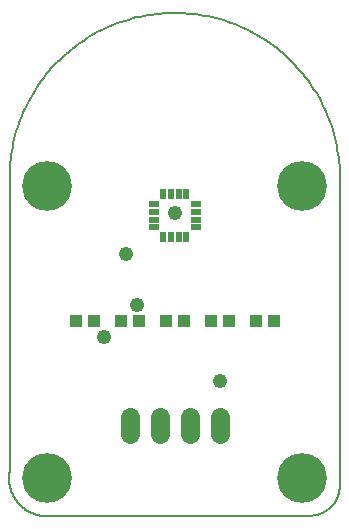
<source format=gts>
G75*
%MOIN*%
%OFA0B0*%
%FSLAX25Y25*%
%IPPOS*%
%LPD*%
%AMOC8*
5,1,8,0,0,1.08239X$1,22.5*
%
%ADD10C,0.00500*%
%ADD11C,0.06343*%
%ADD12C,0.16611*%
%ADD13R,0.03556X0.01981*%
%ADD14R,0.01981X0.03556*%
%ADD15R,0.03950X0.03950*%
%ADD16C,0.04800*%
D10*
X0011800Y0001800D02*
X0101800Y0001800D01*
X0102042Y0001803D01*
X0102283Y0001812D01*
X0102524Y0001826D01*
X0102765Y0001847D01*
X0103005Y0001873D01*
X0103245Y0001905D01*
X0103484Y0001943D01*
X0103721Y0001986D01*
X0103958Y0002036D01*
X0104193Y0002091D01*
X0104427Y0002151D01*
X0104659Y0002218D01*
X0104890Y0002289D01*
X0105119Y0002367D01*
X0105346Y0002450D01*
X0105571Y0002538D01*
X0105794Y0002632D01*
X0106014Y0002731D01*
X0106232Y0002836D01*
X0106447Y0002945D01*
X0106660Y0003060D01*
X0106870Y0003180D01*
X0107076Y0003305D01*
X0107280Y0003435D01*
X0107481Y0003570D01*
X0107678Y0003710D01*
X0107872Y0003854D01*
X0108062Y0004003D01*
X0108248Y0004157D01*
X0108431Y0004315D01*
X0108610Y0004477D01*
X0108785Y0004644D01*
X0108956Y0004815D01*
X0109123Y0004990D01*
X0109285Y0005169D01*
X0109443Y0005352D01*
X0109597Y0005538D01*
X0109746Y0005728D01*
X0109890Y0005922D01*
X0110030Y0006119D01*
X0110165Y0006320D01*
X0110295Y0006524D01*
X0110420Y0006730D01*
X0110540Y0006940D01*
X0110655Y0007153D01*
X0110764Y0007368D01*
X0110869Y0007586D01*
X0110968Y0007806D01*
X0111062Y0008029D01*
X0111150Y0008254D01*
X0111233Y0008481D01*
X0111311Y0008710D01*
X0111382Y0008941D01*
X0111449Y0009173D01*
X0111509Y0009407D01*
X0111564Y0009642D01*
X0111614Y0009879D01*
X0111657Y0010116D01*
X0111695Y0010355D01*
X0111727Y0010595D01*
X0111753Y0010835D01*
X0111774Y0011076D01*
X0111788Y0011317D01*
X0111797Y0011558D01*
X0111800Y0011800D01*
X0111800Y0111800D01*
X0111845Y0113140D01*
X0111857Y0114481D01*
X0111836Y0115821D01*
X0111783Y0117161D01*
X0111697Y0118499D01*
X0111578Y0119835D01*
X0111427Y0121167D01*
X0111244Y0122495D01*
X0111028Y0123819D01*
X0110780Y0125136D01*
X0110500Y0126447D01*
X0110188Y0127752D01*
X0109845Y0129048D01*
X0109470Y0130335D01*
X0109064Y0131613D01*
X0108627Y0132880D01*
X0108159Y0134137D01*
X0107661Y0135382D01*
X0107133Y0136614D01*
X0106574Y0137833D01*
X0105986Y0139038D01*
X0105369Y0140228D01*
X0104724Y0141403D01*
X0104049Y0142562D01*
X0103347Y0143705D01*
X0102617Y0144829D01*
X0101860Y0145936D01*
X0101077Y0147024D01*
X0100267Y0148092D01*
X0099431Y0149141D01*
X0098570Y0150169D01*
X0097684Y0151175D01*
X0096774Y0152160D01*
X0095840Y0153122D01*
X0094883Y0154061D01*
X0093904Y0154977D01*
X0092902Y0155868D01*
X0091879Y0156735D01*
X0090836Y0157576D01*
X0089772Y0158392D01*
X0088688Y0159182D01*
X0087586Y0159945D01*
X0086465Y0160682D01*
X0085327Y0161390D01*
X0084172Y0162071D01*
X0083000Y0162723D01*
X0081813Y0163347D01*
X0080612Y0163941D01*
X0079396Y0164507D01*
X0078167Y0165042D01*
X0076925Y0165547D01*
X0075671Y0166022D01*
X0074406Y0166466D01*
X0073130Y0166879D01*
X0071845Y0167262D01*
X0070551Y0167612D01*
X0069248Y0167931D01*
X0067939Y0168218D01*
X0066623Y0168474D01*
X0065300Y0168697D01*
X0063973Y0168888D01*
X0062642Y0169046D01*
X0061307Y0169172D01*
X0059970Y0169266D01*
X0058630Y0169327D01*
X0057290Y0169355D01*
X0055949Y0169350D01*
X0054609Y0169313D01*
X0053270Y0169244D01*
X0051933Y0169141D01*
X0050599Y0169007D01*
X0049268Y0168839D01*
X0047943Y0168640D01*
X0046622Y0168408D01*
X0045307Y0168144D01*
X0044000Y0167848D01*
X0042699Y0167521D01*
X0041408Y0167162D01*
X0040125Y0166771D01*
X0038852Y0166349D01*
X0037590Y0165897D01*
X0036339Y0165414D01*
X0035101Y0164901D01*
X0033875Y0164357D01*
X0032663Y0163784D01*
X0031465Y0163182D01*
X0030282Y0162550D01*
X0029115Y0161890D01*
X0027964Y0161202D01*
X0026831Y0160486D01*
X0025715Y0159742D01*
X0024618Y0158972D01*
X0023539Y0158175D01*
X0022481Y0157352D01*
X0021443Y0156504D01*
X0020426Y0155630D01*
X0019430Y0154732D01*
X0018456Y0153810D01*
X0017506Y0152865D01*
X0016578Y0151896D01*
X0015675Y0150906D01*
X0014795Y0149893D01*
X0013941Y0148860D01*
X0013112Y0147806D01*
X0012309Y0146732D01*
X0011533Y0145639D01*
X0010783Y0144528D01*
X0010061Y0143398D01*
X0009366Y0142251D01*
X0008699Y0141088D01*
X0008061Y0139909D01*
X0007452Y0138714D01*
X0006872Y0137505D01*
X0006322Y0136283D01*
X0005802Y0135047D01*
X0005312Y0133799D01*
X0004852Y0132540D01*
X0004423Y0131269D01*
X0004026Y0129989D01*
X0003659Y0128699D01*
X0003324Y0127401D01*
X0003021Y0126095D01*
X0002750Y0124781D01*
X0002511Y0123462D01*
X0002304Y0122137D01*
X0002129Y0120808D01*
X0001987Y0119475D01*
X0001877Y0118139D01*
X0001800Y0116800D01*
X0001800Y0016800D01*
X0001743Y0016497D01*
X0001693Y0016193D01*
X0001651Y0015888D01*
X0001617Y0015582D01*
X0001589Y0015275D01*
X0001569Y0014968D01*
X0001557Y0014660D01*
X0001552Y0014352D01*
X0001555Y0014044D01*
X0001564Y0013736D01*
X0001582Y0013428D01*
X0001607Y0013121D01*
X0001639Y0012815D01*
X0001678Y0012509D01*
X0001725Y0012205D01*
X0001780Y0011902D01*
X0001841Y0011600D01*
X0001910Y0011300D01*
X0001986Y0011001D01*
X0002070Y0010704D01*
X0002160Y0010410D01*
X0002258Y0010118D01*
X0002362Y0009828D01*
X0002474Y0009541D01*
X0002592Y0009256D01*
X0002717Y0008975D01*
X0002849Y0008697D01*
X0002988Y0008422D01*
X0003134Y0008150D01*
X0003285Y0007882D01*
X0003444Y0007618D01*
X0003608Y0007357D01*
X0003779Y0007101D01*
X0003956Y0006849D01*
X0004139Y0006601D01*
X0004328Y0006358D01*
X0004523Y0006119D01*
X0004724Y0005885D01*
X0004930Y0005656D01*
X0005141Y0005433D01*
X0005358Y0005214D01*
X0005581Y0005000D01*
X0005808Y0004792D01*
X0006040Y0004590D01*
X0006277Y0004393D01*
X0006519Y0004202D01*
X0006765Y0004017D01*
X0007016Y0003838D01*
X0007271Y0003665D01*
X0007530Y0003498D01*
X0007793Y0003338D01*
X0008059Y0003184D01*
X0008330Y0003036D01*
X0008604Y0002895D01*
X0008881Y0002761D01*
X0009161Y0002634D01*
X0009445Y0002513D01*
X0009731Y0002399D01*
X0010020Y0002292D01*
X0010311Y0002192D01*
X0010605Y0002099D01*
X0010901Y0002013D01*
X0011199Y0001935D01*
X0011499Y0001864D01*
X0011800Y0001800D01*
D11*
X0041800Y0029028D02*
X0041800Y0034572D01*
X0051800Y0034572D02*
X0051800Y0029028D01*
X0061800Y0029028D02*
X0061800Y0034572D01*
X0071800Y0034572D02*
X0071800Y0029028D01*
D12*
X0099300Y0014300D03*
X0099300Y0111800D03*
X0014300Y0111800D03*
X0014300Y0014300D03*
D13*
X0049713Y0097942D03*
X0049713Y0100501D03*
X0049713Y0103060D03*
X0049713Y0105619D03*
X0063887Y0105619D03*
X0063887Y0103060D03*
X0063887Y0100501D03*
X0063887Y0097942D03*
D14*
X0060658Y0094713D03*
X0058099Y0094713D03*
X0055540Y0094713D03*
X0052981Y0094713D03*
X0052981Y0108887D03*
X0055540Y0108887D03*
X0058099Y0108887D03*
X0060658Y0108887D03*
D15*
X0059753Y0066800D03*
X0053847Y0066800D03*
X0044753Y0066800D03*
X0038847Y0066800D03*
X0029753Y0066800D03*
X0023847Y0066800D03*
X0068847Y0066800D03*
X0074753Y0066800D03*
X0083847Y0066800D03*
X0089753Y0066800D03*
D16*
X0072000Y0046800D03*
X0044100Y0072000D03*
X0033300Y0061200D03*
X0040500Y0089100D03*
X0057000Y0102600D03*
M02*

</source>
